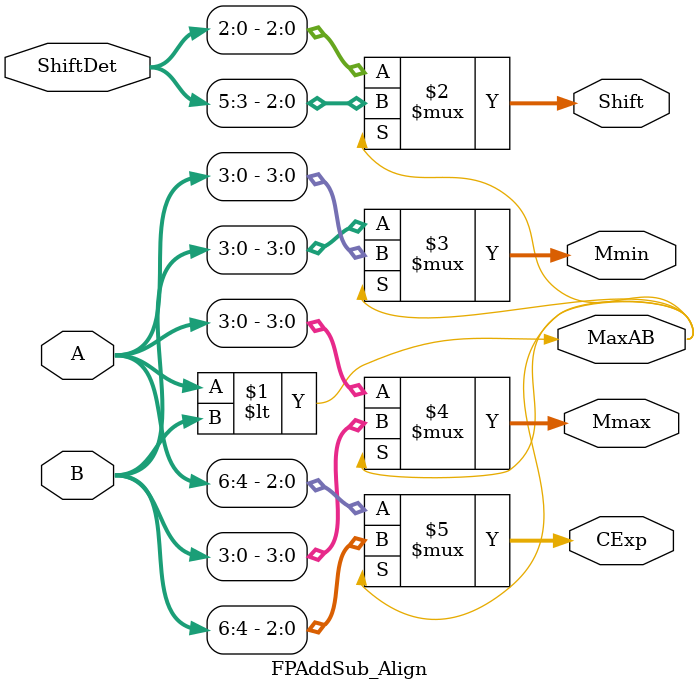
<source format=sv>


module FPAddSub_Align(

	// Input ports
	input logic [6:0] A,				// Input A, a 32-bit floating point number
	input logic [6:0] B,				// Input B, a 32-bit floating point number
	input logic [5:0] ShiftDet,
	
	// Output ports
	output logic [2:0] CExp,			// Common Exponent
	output logic MaxAB,				// Incidates larger of A and B (0/A, 1/B)
	output logic [2:0] Shift,			// Number of steps to smaller mantissa shift right
	output logic [3:0] Mmin, 			// Smaller mantissa 
	output logic [3:0] Mmax );			// Larger mantissa
	
		
	assign MaxAB = (A[6:0] < B[6:0]) ;	
	assign Shift = MaxAB ? ShiftDet[5:3] : ShiftDet[2:0] ;
	
	// Take out smaller mantissa and append shift space
	assign Mmin = MaxAB ? A[3:0] : B[3:0] ; 
	
	// Take out larger mantissa	
	assign Mmax = MaxAB ? B[3:0]: A[3:0] ;	
	
	// Common exponent
	assign CExp = (MaxAB ? B[6:4] : A[6:4]) ;		
	
endmodule

</source>
